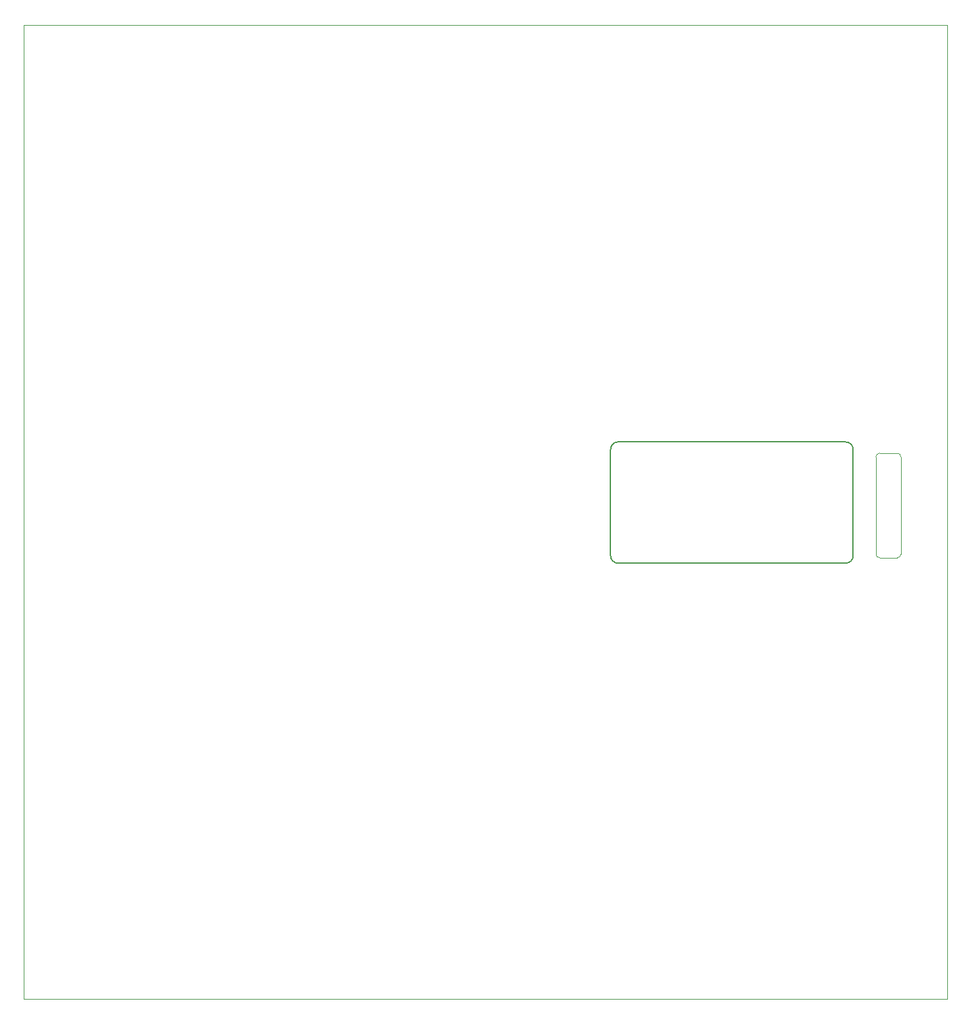
<source format=gbr>
%TF.GenerationSoftware,KiCad,Pcbnew,9.0.4*%
%TF.CreationDate,2025-09-08T11:39:44+01:00*%
%TF.ProjectId,dk2_06_panel,646b325f-3036-45f7-9061-6e656c2e6b69,rev?*%
%TF.SameCoordinates,Original*%
%TF.FileFunction,Profile,NP*%
%FSLAX46Y46*%
G04 Gerber Fmt 4.6, Leading zero omitted, Abs format (unit mm)*
G04 Created by KiCad (PCBNEW 9.0.4) date 2025-09-08 11:39:44*
%MOMM*%
%LPD*%
G01*
G04 APERTURE LIST*
%TA.AperFunction,Profile*%
%ADD10C,0.150000*%
%TD*%
%TA.AperFunction,Profile*%
%ADD11C,0.100000*%
%TD*%
G04 APERTURE END LIST*
D10*
X146500000Y-99749998D02*
X146500000Y-85749998D01*
D11*
X184800000Y-99530000D02*
G75*
G02*
X184300000Y-100030000I-500000J0D01*
G01*
X181500000Y-86730000D02*
G75*
G02*
X182000000Y-86230000I500000J0D01*
G01*
D10*
X177500000Y-100749998D02*
X147500000Y-100749998D01*
D11*
X184800000Y-86730000D02*
X184800000Y-99530000D01*
D10*
X147500000Y-100749998D02*
G75*
G02*
X146500002Y-99749998I0J999998D01*
G01*
D11*
X182000000Y-86230000D02*
X184300000Y-86230000D01*
D10*
X178500000Y-85749998D02*
X178500000Y-99749998D01*
X178500000Y-99749998D02*
G75*
G02*
X177500000Y-100750000I-1000000J-2D01*
G01*
X177500000Y-84749998D02*
G75*
G02*
X178500002Y-85749998I0J-1000002D01*
G01*
X147500000Y-84749998D02*
X177500000Y-84749998D01*
D11*
X184300000Y-86230000D02*
G75*
G02*
X184800000Y-86730000I0J-500000D01*
G01*
X181500000Y-99530000D02*
X181500000Y-86730000D01*
X184300000Y-100030000D02*
X182000000Y-100030000D01*
D10*
X146500000Y-85749998D02*
G75*
G02*
X147500000Y-84750000I1000000J-2D01*
G01*
D11*
X69050000Y-29750000D02*
X190950000Y-29750000D01*
X190950000Y-158250000D01*
X69050000Y-158250000D01*
X69050000Y-29750000D01*
X182000000Y-100030000D02*
G75*
G02*
X181500000Y-99530000I0J500000D01*
G01*
M02*

</source>
